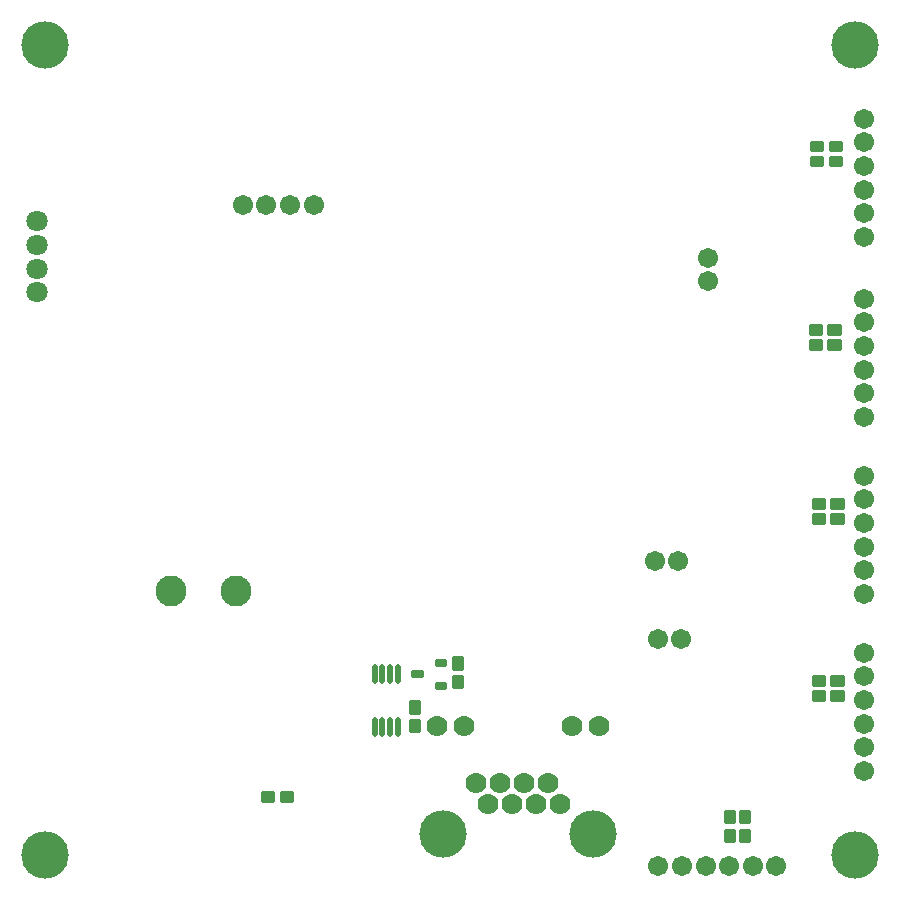
<source format=gbs>
*
*
G04 PADS 9.3.1 Build Number: 456998 generated Gerber (RS-274-X) file*
G04 PC Version=2.1*
*
%IN "accumulatron_rev1.pcb"*%
*
%MOIN*%
*
%FSLAX35Y35*%
*
*
*
*
G04 PC Standard Apertures*
*
*
G04 Thermal Relief Aperture macro.*
%AMTER*
1,1,$1,0,0*
1,0,$1-$2,0,0*
21,0,$3,$4,0,0,45*
21,0,$3,$4,0,0,135*
%
*
*
G04 Annular Aperture macro.*
%AMANN*
1,1,$1,0,0*
1,0,$2,0,0*
%
*
*
G04 Odd Aperture macro.*
%AMODD*
1,1,$1,0,0*
1,0,$1-0.005,0,0*
%
*
*
G04 PC Custom Aperture Macros*
*
*
*
*
*
*
G04 PC Aperture Table*
*
%ADD010C,0.001*%
%ADD032C,0.012*%
%ADD037C,0.018*%
%ADD048C,0.103*%
%ADD049C,0.07099*%
%ADD050C,0.07*%
%ADD051C,0.158*%
%ADD052C,0.06706*%
%ADD063O,0.02099X0.06627*%
*
*
*
*
G04 PC Circuitry*
G04 Layer Name accumulatron_rev1.pcb - circuitry*
%LPD*%
*
*
G04 PC Custom Flashes*
G04 Layer Name accumulatron_rev1.pcb - flashes*
%LPD*%
*
*
G04 PC Circuitry*
G04 Layer Name accumulatron_rev1.pcb - circuitry*
%LPD*%
*
G54D10*
G54D32*
G01X191000Y135700D02*
Y133100D01*
X187600*
Y135700*
X191000*
X187600Y133600D02*
X191000D01*
X187600Y134800D02*
X191000D01*
X187600Y133100D02*
Y135700D01*
X188800Y133100D02*
Y135700D01*
X190000Y133100D02*
Y135700D01*
X197200D02*
Y133100D01*
X193800*
Y135700*
X197200*
X193800Y133600D02*
X197200D01*
X193800Y134800D02*
X197200D01*
X194800Y133100D02*
Y135700D01*
X196000Y133100D02*
Y135700D01*
X197200Y133100D02*
Y135700D01*
X254000Y177100D02*
X251400D01*
Y180500*
X254000*
Y177100*
X251400Y178000D02*
X254000D01*
X251400Y179200D02*
X254000D01*
X251400Y180400D02*
X254000D01*
X252400Y177100D02*
Y180500D01*
X253600Y177100D02*
Y180500D01*
X254000Y170900D02*
X251400D01*
Y174300*
X254000*
Y170900*
X251400Y172000D02*
X254000D01*
X251400Y173200D02*
X254000D01*
X252400Y170900D02*
Y174300D01*
X253600Y170900D02*
Y174300D01*
X236900Y159600D02*
X239500D01*
Y156200*
X236900*
Y159600*
Y156400D02*
X239500D01*
X236900Y157600D02*
X239500D01*
X236900Y158800D02*
X239500D01*
X238000Y156200D02*
Y159600D01*
X239200Y156200D02*
Y159600D01*
X236900Y165800D02*
X239500D01*
Y162400*
X236900*
Y165800*
Y162400D02*
X239500D01*
X236900Y163600D02*
X239500D01*
X236900Y164800D02*
X239500D01*
X238000Y162400D02*
Y165800D01*
X239200Y162400D02*
Y165800D01*
X376800Y349800D02*
Y352400D01*
X380200*
Y349800*
X376800*
Y350800D02*
X380200D01*
X376800Y352000D02*
X380200D01*
X377200Y349800D02*
Y352400D01*
X378400Y349800D02*
Y352400D01*
X379600Y349800D02*
Y352400D01*
X370600Y349800D02*
Y352400D01*
X374000*
Y349800*
X370600*
Y350800D02*
X374000D01*
X370600Y352000D02*
X374000D01*
X371200Y349800D02*
Y352400D01*
X372400Y349800D02*
Y352400D01*
X373600Y349800D02*
Y352400D01*
X374000Y347400D02*
Y344800D01*
X370600*
Y347400*
X374000*
X370600Y344800D02*
X374000D01*
X370600Y346000D02*
X374000D01*
X370600Y347200D02*
X374000D01*
X371200Y344800D02*
Y347400D01*
X372400Y344800D02*
Y347400D01*
X373600Y344800D02*
Y347400D01*
X380200D02*
Y344800D01*
X376800*
Y347400*
X380200*
X376800Y344800D02*
X380200D01*
X376800Y346000D02*
X380200D01*
X376800Y347200D02*
X380200D01*
X377200Y344800D02*
Y347400D01*
X378400Y344800D02*
Y347400D01*
X379600Y344800D02*
Y347400D01*
X376400Y288700D02*
Y291300D01*
X379800*
Y288700*
X376400*
Y289600D02*
X379800D01*
X376400Y290800D02*
X379800D01*
X377200Y288700D02*
Y291300D01*
X378400Y288700D02*
Y291300D01*
X379600Y288700D02*
Y291300D01*
X370200Y288700D02*
Y291300D01*
X373600*
Y288700*
X370200*
Y289600D02*
X373600D01*
X370200Y290800D02*
X373600D01*
X371200Y288700D02*
Y291300D01*
X372400Y288700D02*
Y291300D01*
X373600Y288700D02*
Y291300D01*
Y286300D02*
Y283700D01*
X370200*
Y286300*
X373600*
X370200Y284800D02*
X373600D01*
X370200Y286000D02*
X373600D01*
X371200Y283700D02*
Y286300D01*
X372400Y283700D02*
Y286300D01*
X373600Y283700D02*
Y286300D01*
X379800D02*
Y283700D01*
X376400*
Y286300*
X379800*
X376400Y284800D02*
X379800D01*
X376400Y286000D02*
X379800D01*
X377200Y283700D02*
Y286300D01*
X378400Y283700D02*
Y286300D01*
X379600Y283700D02*
Y286300D01*
X377400Y230700D02*
Y233300D01*
X380800*
Y230700*
X377400*
Y230800D02*
X380800D01*
X377400Y232000D02*
X380800D01*
X377400Y233200D02*
X380800D01*
X378400Y230700D02*
Y233300D01*
X379600Y230700D02*
Y233300D01*
X380800Y230700D02*
Y233300D01*
X371200Y230700D02*
Y233300D01*
X374600*
Y230700*
X371200*
Y230800D02*
X374600D01*
X371200Y232000D02*
X374600D01*
X371200Y233200D02*
X374600D01*
X371200Y230700D02*
Y233300D01*
X372400Y230700D02*
Y233300D01*
X373600Y230700D02*
Y233300D01*
X374600Y228300D02*
Y225700D01*
X371200*
Y228300*
X374600*
X371200Y226000D02*
X374600D01*
X371200Y227200D02*
X374600D01*
X371200Y225700D02*
Y228300D01*
X372400Y225700D02*
Y228300D01*
X373600Y225700D02*
Y228300D01*
X380800D02*
Y225700D01*
X377400*
Y228300*
X380800*
X377400Y226000D02*
X380800D01*
X377400Y227200D02*
X380800D01*
X378400Y225700D02*
Y228300D01*
X379600Y225700D02*
Y228300D01*
X380800Y225700D02*
Y228300D01*
X377400Y171700D02*
Y174300D01*
X380800*
Y171700*
X377400*
Y172000D02*
X380800D01*
X377400Y173200D02*
X380800D01*
X378400Y171700D02*
Y174300D01*
X379600Y171700D02*
Y174300D01*
X380800Y171700D02*
Y174300D01*
X371200Y171700D02*
Y174300D01*
X374600*
Y171700*
X371200*
Y172000D02*
X374600D01*
X371200Y173200D02*
X374600D01*
X371200Y171700D02*
Y174300D01*
X372400Y171700D02*
Y174300D01*
X373600Y171700D02*
Y174300D01*
X374600Y169300D02*
Y166700D01*
X371200*
Y169300*
X374600*
X371200Y167200D02*
X374600D01*
X371200Y168400D02*
X374600D01*
X371200Y166700D02*
Y169300D01*
X372400Y166700D02*
Y169300D01*
X373600Y166700D02*
Y169300D01*
X380800D02*
Y166700D01*
X377400*
Y169300*
X380800*
X377400Y167200D02*
X380800D01*
X377400Y168400D02*
X380800D01*
X378400Y166700D02*
Y169300D01*
X379600Y166700D02*
Y169300D01*
X380800Y166700D02*
Y169300D01*
X347100Y123000D02*
X349700D01*
Y119600*
X347100*
Y123000*
Y120400D02*
X349700D01*
X347100Y121600D02*
X349700D01*
X347100Y122800D02*
X349700D01*
X347200Y119600D02*
Y123000D01*
X348400Y119600D02*
Y123000D01*
X349600Y119600D02*
Y123000D01*
X347100Y129200D02*
X349700D01*
Y125800*
X347100*
Y129200*
Y126400D02*
X349700D01*
X347100Y127600D02*
X349700D01*
X347100Y128800D02*
X349700D01*
X347200Y125800D02*
Y129200D01*
X348400Y125800D02*
Y129200D01*
X349600Y125800D02*
Y129200D01*
X344700Y125800D02*
X342100D01*
Y129200*
X344700*
Y125800*
X342100Y126400D02*
X344700D01*
X342100Y127600D02*
X344700D01*
X342100Y128800D02*
X344700D01*
X342400Y125800D02*
Y129200D01*
X343600Y125800D02*
Y129200D01*
X344700Y119600D02*
X342100D01*
Y123000*
X344700*
Y119600*
X342100Y120400D02*
X344700D01*
X342100Y121600D02*
X344700D01*
X342100Y122800D02*
X344700D01*
X342400Y119600D02*
Y123000D01*
X343600Y119600D02*
Y123000D01*
G54D37*
X248050Y179540D02*
Y178540D01*
X245550*
Y179540*
X248050*
X245550Y179200D02*
X248050D01*
X245800Y178540D02*
Y179540D01*
X247600Y178540D02*
Y179540D01*
X248050Y172060D02*
Y171060D01*
X245550*
Y172060*
X248050*
X245550Y172000D02*
X248050D01*
X245800Y171060D02*
Y172060D01*
X247600Y171060D02*
Y172060D01*
X240176Y175800D02*
Y174800D01*
X237676*
Y175800*
X240176*
X237676Y175600D02*
X240176D01*
X238600Y174800D02*
Y175800D01*
G54D48*
X157000Y203000D03*
X178700D03*
G54D49*
X112400Y302500D03*
Y310374D03*
Y318248D03*
Y326122D03*
G54D50*
X286700Y131800D03*
X282700Y138800D03*
X278700Y131800D03*
X274700Y138800D03*
X270700Y131800D03*
X266700Y138800D03*
X262700Y131800D03*
X258700Y138800D03*
X299700Y157800D03*
X290700D03*
X254700Y157878D03*
X245700Y157800D03*
G54D51*
X297700Y121800D03*
X247700D03*
X115000Y115000D03*
Y385000D03*
X385000Y115000D03*
Y385000D03*
G54D52*
X388000Y360370D03*
Y352496D03*
Y344622D03*
Y336748D03*
Y328874D03*
Y321000D03*
Y300370D03*
Y292496D03*
Y284622D03*
Y276748D03*
Y268874D03*
Y261000D03*
Y241370D03*
Y233496D03*
Y225622D03*
Y217748D03*
Y209874D03*
Y202000D03*
Y182370D03*
Y174496D03*
Y166622D03*
Y158748D03*
Y150874D03*
Y143000D03*
X358770Y111400D03*
X350896D03*
X343022D03*
X335148D03*
X327274D03*
X319400D03*
X336000Y314000D03*
Y306126D03*
X327000Y187000D03*
X319126D03*
X326000Y213000D03*
X318126D03*
X204500Y331700D03*
X196626D03*
X188752D03*
X180878D03*
G54D63*
X224855Y175265D03*
X227414D03*
X229973D03*
X232532D03*
Y157548D03*
X229973D03*
X227414D03*
X224855D03*
X0Y0D02*
M02*

</source>
